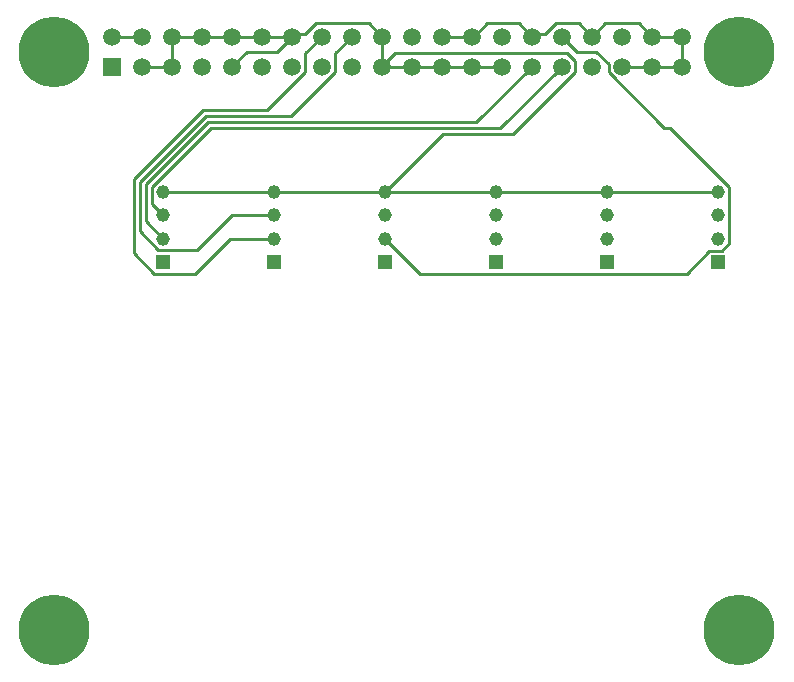
<source format=gtl>
G04*
G04 #@! TF.GenerationSoftware,Altium Limited,Altium Designer,24.7.2 (38)*
G04*
G04 Layer_Physical_Order=1*
G04 Layer_Color=255*
%FSLAX25Y25*%
%MOIN*%
G70*
G04*
G04 #@! TF.SameCoordinates,F96F46E9-85AD-4114-9B5A-613433178D46*
G04*
G04*
G04 #@! TF.FilePolarity,Positive*
G04*
G01*
G75*
%ADD18C,0.01000*%
%ADD19R,0.04528X0.04528*%
%ADD20C,0.04528*%
%ADD21C,0.05906*%
%ADD22R,0.05906X0.05906*%
%ADD23C,0.23622*%
D18*
X189000Y225000D02*
X226000D01*
X152000D02*
X189000D01*
X115000D02*
X152000D01*
X189000Y209252D02*
X200638Y197614D01*
X111236Y220890D02*
X115000Y217126D01*
X125761Y197614D02*
X137399Y209252D01*
X112115Y197614D02*
X125761D01*
X111236Y226559D02*
X130814Y246137D01*
X109236Y227387D02*
X129986Y248137D01*
X107236Y211693D02*
X113441Y205488D01*
X137399Y209252D02*
X152000D01*
X113441Y205488D02*
X126424D01*
X109236Y215016D02*
X115000Y209252D01*
X138062Y217126D02*
X152000D01*
X126424Y205488D02*
X138062Y217126D01*
X263000Y225000D02*
X300000D01*
X297115Y205142D02*
X301213D01*
X226000Y225000D02*
X263000D01*
X303764Y207693D02*
Y226559D01*
X200638Y197614D02*
X289587D01*
X297115Y205142D01*
X301213D02*
X303764Y207693D01*
X284091Y246231D02*
X303764Y226559D01*
X282038Y246231D02*
X284091D01*
X111236Y220890D02*
Y226559D01*
X109236Y215016D02*
Y227387D01*
X107236Y211693D02*
Y228216D01*
X129157Y250137D01*
X105236Y229044D02*
X128329Y252137D01*
X105236Y204493D02*
Y229044D01*
Y204493D02*
X112115Y197614D01*
X227397Y246137D02*
X247500Y266240D01*
X219397Y248137D02*
X237500Y266240D01*
X208137Y244137D02*
X231694D01*
X252366Y264809D01*
X189000Y225000D02*
X208137Y244137D01*
X263461Y264809D02*
X282038Y246231D01*
X130814Y246137D02*
X227397D01*
X129986Y248137D02*
X219397D01*
X117913Y267500D02*
Y276654D01*
X116654Y266653D02*
X117500Y267500D01*
X107913Y266653D02*
X116654D01*
X226654D02*
X227500Y267500D01*
X217913Y266653D02*
X226654D01*
X207913D02*
X217154D01*
X217500Y267000D01*
X197913Y266653D02*
X207913D01*
X187913Y267500D02*
X188760D01*
X187913Y266653D02*
X197913D01*
X267500Y267500D02*
X268347Y266653D01*
X277913D01*
X263461Y264809D02*
Y267404D01*
X247500Y277067D02*
Y277500D01*
Y277067D02*
X247913Y276654D01*
X280000Y266833D02*
Y267500D01*
X280179Y266653D02*
X287913D01*
X280000Y266833D02*
X280179Y266653D01*
X286653Y276654D02*
X287500Y277500D01*
Y267500D02*
X287913Y267913D01*
Y276654D01*
X277913D02*
X286653D01*
X273461Y281106D02*
X277067Y277500D01*
X257913Y276654D02*
X262366Y281106D01*
X273461D01*
X277067Y277500D02*
X277500D01*
X238663Y277403D02*
X242366D01*
X246069Y281106D02*
X253461D01*
X257067Y277500D02*
X257500D01*
X237913Y276654D02*
X238663Y277403D01*
X242366D02*
X246069Y281106D01*
X253461D02*
X257067Y277500D01*
X217913Y276654D02*
X218461D01*
X207913D02*
X217913D01*
X218461D02*
X222913Y281106D01*
X233461D01*
X237067Y277500D01*
X237500D01*
X187913Y267913D02*
Y276654D01*
X187500Y267500D02*
X187913Y267913D01*
X187067Y277500D02*
X187500D01*
X166069Y281106D02*
X183461D01*
X162366Y277403D02*
X166069Y281106D01*
X183461D02*
X187067Y277500D01*
X158663Y277403D02*
X162366D01*
X157913Y276654D02*
X158663Y277403D01*
X117913Y276654D02*
X127913D01*
X152913Y271654D02*
X157913Y276654D01*
X137500Y267500D02*
X138760D01*
X142913Y271654D01*
X152913D01*
X149694Y252137D02*
X162366Y264809D01*
X167500Y276240D02*
Y277500D01*
X128329Y252137D02*
X149694D01*
X172366Y271106D02*
X177500Y276240D01*
Y277500D01*
X172366Y264809D02*
Y271106D01*
X157694Y250137D02*
X172366Y264809D01*
X129157Y250137D02*
X157694D01*
X247500Y266240D02*
Y267500D01*
X237500Y266240D02*
Y267500D01*
X162366Y264809D02*
Y271106D01*
X167500Y276240D01*
X147913Y276654D02*
X155847D01*
X137913D02*
X147913D01*
X127913D02*
X137913D01*
X107913D02*
X109153D01*
X97913D02*
X107913D01*
X109153D02*
X110000Y277500D01*
X188760Y267500D02*
X192366Y271106D01*
X249758D02*
X252366Y268498D01*
Y264809D02*
Y268498D01*
X192366Y271106D02*
X249758D01*
X247913Y276654D02*
X253008Y271559D01*
X259305D01*
X263461Y267404D01*
D19*
X263000Y201378D02*
D03*
X300000D02*
D03*
X226000D02*
D03*
X189000D02*
D03*
X152000D02*
D03*
X115000D02*
D03*
D20*
X263000Y209252D02*
D03*
Y217126D02*
D03*
Y225000D02*
D03*
X300000Y209252D02*
D03*
Y217126D02*
D03*
Y225000D02*
D03*
X226000Y209252D02*
D03*
Y217126D02*
D03*
Y225000D02*
D03*
X189000Y209252D02*
D03*
Y217126D02*
D03*
Y225000D02*
D03*
X152000Y209252D02*
D03*
Y217126D02*
D03*
Y225000D02*
D03*
X115000Y209252D02*
D03*
Y217126D02*
D03*
Y225000D02*
D03*
D21*
X257913Y266653D02*
D03*
Y276654D02*
D03*
X267913Y266653D02*
D03*
Y276654D02*
D03*
X277913Y266653D02*
D03*
Y276654D02*
D03*
X287913Y266653D02*
D03*
Y276654D02*
D03*
X247913D02*
D03*
Y266653D02*
D03*
X237913Y276654D02*
D03*
Y266653D02*
D03*
X227913Y276654D02*
D03*
Y266653D02*
D03*
X217913Y276654D02*
D03*
Y266653D02*
D03*
X207913Y276654D02*
D03*
Y266653D02*
D03*
X197913Y276654D02*
D03*
Y266653D02*
D03*
X187913Y276654D02*
D03*
Y266653D02*
D03*
X177913Y276654D02*
D03*
Y266653D02*
D03*
X167913Y276654D02*
D03*
Y266653D02*
D03*
X157913Y276654D02*
D03*
Y266653D02*
D03*
X147913Y276654D02*
D03*
Y266653D02*
D03*
X137913Y276654D02*
D03*
Y266653D02*
D03*
X127913Y276654D02*
D03*
Y266653D02*
D03*
X117913Y276654D02*
D03*
Y266653D02*
D03*
X107913Y276654D02*
D03*
Y266653D02*
D03*
X97913Y276654D02*
D03*
D22*
Y266653D02*
D03*
D23*
X307087Y78740D02*
D03*
Y271654D02*
D03*
X78740Y78740D02*
D03*
Y271654D02*
D03*
M02*

</source>
